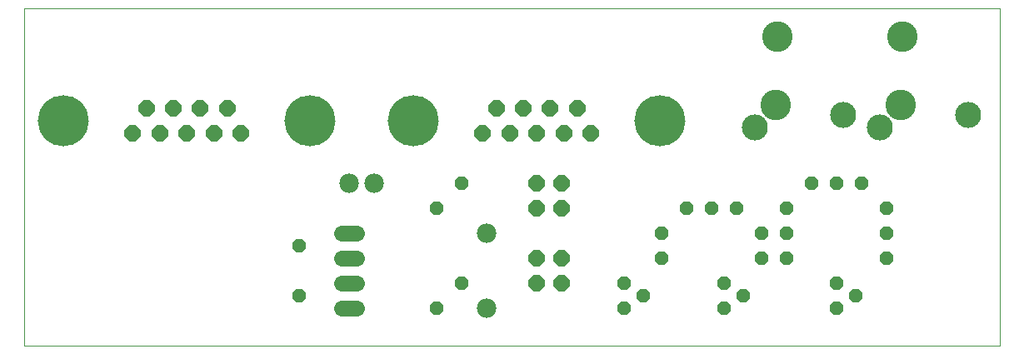
<source format=gts>
G75*
%MOIN*%
%OFA0B0*%
%FSLAX24Y24*%
%IPPOS*%
%LPD*%
%AMOC8*
5,1,8,0,0,1.08239X$1,22.5*
%
%ADD10C,0.0000*%
%ADD11OC8,0.0560*%
%ADD12OC8,0.0555*%
%ADD13C,0.0780*%
%ADD14OC8,0.0640*%
%ADD15C,0.0640*%
%ADD16C,0.2040*%
%ADD17C,0.1221*%
%ADD18C,0.1040*%
D10*
X000100Y001819D02*
X000100Y015315D01*
X039120Y015315D01*
X039120Y001819D01*
X000100Y001819D01*
D11*
X011100Y003819D03*
X011100Y005819D03*
X016600Y007319D03*
X017600Y008319D03*
X025600Y006319D03*
X025600Y005319D03*
X024100Y004319D03*
X024850Y003819D03*
X024100Y003319D03*
X028100Y003319D03*
X028850Y003819D03*
X028100Y004319D03*
X029600Y005319D03*
X030600Y005319D03*
X030600Y006319D03*
X029600Y006319D03*
X030600Y007319D03*
X034600Y007319D03*
X034600Y006319D03*
X034600Y005319D03*
X032600Y004319D03*
X033350Y003819D03*
X032600Y003319D03*
X017600Y004319D03*
X016600Y003319D03*
D12*
X026600Y007319D03*
X027600Y007319D03*
X028600Y007319D03*
X031600Y008319D03*
X032600Y008319D03*
X033600Y008319D03*
D13*
X018600Y006319D03*
X014100Y008319D03*
X013100Y008319D03*
X018600Y003319D03*
D14*
X020600Y004319D03*
X021600Y004319D03*
X021600Y005319D03*
X020600Y005319D03*
X020600Y007319D03*
X021600Y007319D03*
X021600Y008319D03*
X020600Y008319D03*
X020600Y010319D03*
X019520Y010319D03*
X018440Y010319D03*
X018980Y011319D03*
X020060Y011319D03*
X021140Y011319D03*
X022220Y011319D03*
X021680Y010319D03*
X022760Y010319D03*
X008760Y010319D03*
X007680Y010319D03*
X006600Y010319D03*
X005520Y010319D03*
X004440Y010319D03*
X004980Y011319D03*
X006060Y011319D03*
X007140Y011319D03*
X008220Y011319D03*
D15*
X012800Y006319D02*
X013400Y006319D01*
X013400Y005319D02*
X012800Y005319D01*
X012800Y004319D02*
X013400Y004319D01*
X013400Y003319D02*
X012800Y003319D01*
D16*
X011530Y010819D03*
X015670Y010819D03*
X025530Y010819D03*
X001670Y010819D03*
D17*
X030155Y011441D03*
X035155Y011441D03*
X035234Y014197D03*
X030234Y014197D03*
D18*
X032872Y011047D03*
X034328Y010535D03*
X037872Y011047D03*
X029328Y010535D03*
M02*

</source>
